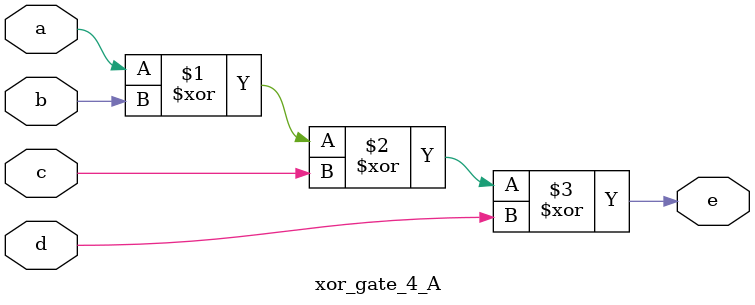
<source format=v>
`timescale 1ns / 1ps

module xor_gate_4_A(a, b, c, d, e);
    input a, b, c, d;
    output e;

    assign e = a^b^c^d;
endmodule

</source>
